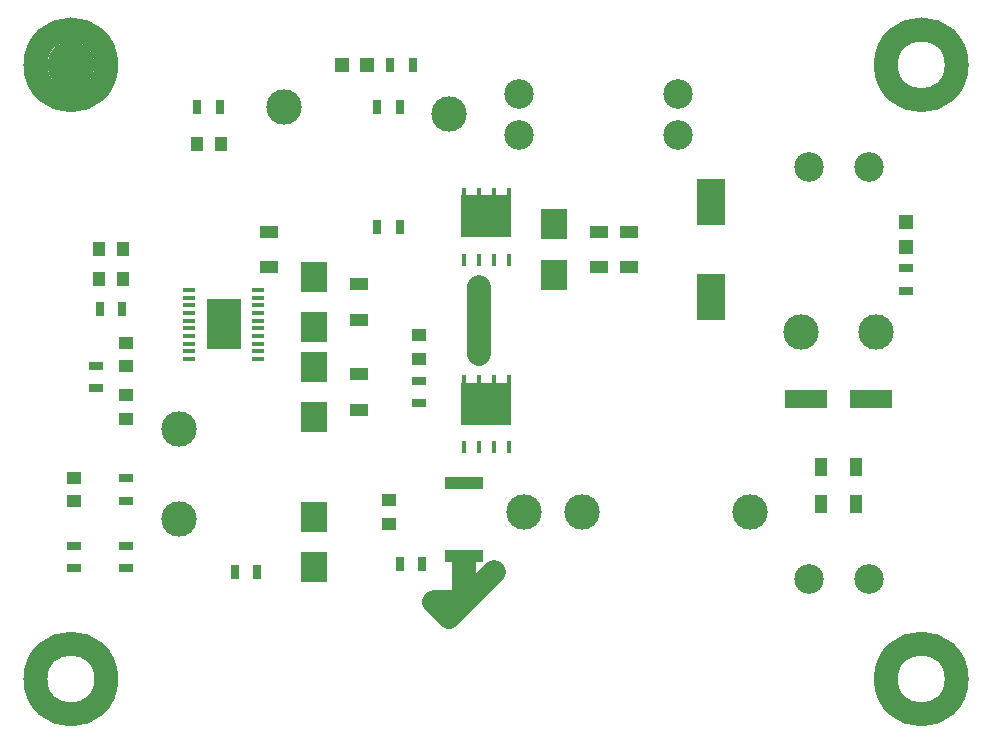
<source format=gts>
G04 #@! TF.FileFunction,Soldermask,Top*
%FSLAX46Y46*%
G04 Gerber Fmt 4.6, Leading zero omitted, Abs format (unit mm)*
G04 Created by KiCad (PCBNEW (2015-01-23 BZR 5386)-product) date Tue 10 Feb 2015 10:46:28 PM PST*
%MOMM*%
G01*
G04 APERTURE LIST*
%ADD10C,0.100000*%
%ADD11C,2.000000*%
%ADD12C,4.000500*%
%ADD13R,3.599180X1.600200*%
%ADD14R,1.300000X0.700000*%
%ADD15R,3.200000X1.000000*%
%ADD16R,0.700000X1.300000*%
%ADD17R,2.301240X2.499360*%
%ADD18R,1.000000X1.600000*%
%ADD19R,1.250000X1.000000*%
%ADD20R,1.600000X1.000000*%
%ADD21R,2.400300X4.000500*%
%ADD22R,1.000000X1.250000*%
%ADD23C,2.500000*%
%ADD24C,3.000000*%
%ADD25R,0.450000X1.080000*%
%ADD26R,4.260000X3.540000*%
%ADD27C,0.600000*%
%ADD28R,1.000000X0.400000*%
%ADD29R,3.000000X4.200000*%
%ADD30C,0.400000*%
%ADD31R,1.198880X1.198880*%
G04 APERTURE END LIST*
D10*
D11*
X217000000Y-72000000D02*
G75*
G03X217000000Y-72000000I-3000000J0D01*
G01*
X217000000Y-124000000D02*
G75*
G03X217000000Y-124000000I-3000000J0D01*
G01*
X145000000Y-124000000D02*
G75*
G03X145000000Y-124000000I-3000000J0D01*
G01*
X145000000Y-72000000D02*
G75*
G03X145000000Y-72000000I-3000000J0D01*
G01*
X176530000Y-90805000D02*
X176530000Y-96520000D01*
X173990000Y-118745000D02*
X172720000Y-117475000D01*
X175260000Y-117475000D02*
X173990000Y-118745000D01*
X175260000Y-117475000D02*
X177800000Y-114935000D01*
X175260000Y-117475000D02*
X172720000Y-117475000D01*
X175260000Y-114300000D02*
X175260000Y-116840000D01*
D12*
X142000000Y-72000000D03*
D13*
X209760820Y-100330000D03*
X204259180Y-100330000D03*
D14*
X146685000Y-108900000D03*
X146685000Y-107000000D03*
X146685000Y-114615000D03*
X146685000Y-112715000D03*
X171450000Y-98745000D03*
X171450000Y-100645000D03*
D15*
X175260000Y-107390000D03*
X175260000Y-113590000D03*
D14*
X142240000Y-114615000D03*
X142240000Y-112715000D03*
X144145000Y-99375000D03*
X144145000Y-97475000D03*
D16*
X169860000Y-85725000D03*
X167960000Y-85725000D03*
X146365000Y-92710000D03*
X144465000Y-92710000D03*
X154620000Y-75565000D03*
X152720000Y-75565000D03*
X169860000Y-75565000D03*
X167960000Y-75565000D03*
D17*
X162560000Y-110246160D03*
X162560000Y-114543840D03*
X162560000Y-101843840D03*
X162560000Y-97546160D03*
X182880000Y-89778840D03*
X182880000Y-85481160D03*
X162560000Y-94223840D03*
X162560000Y-89926160D03*
D18*
X208510000Y-109220000D03*
X205510000Y-109220000D03*
X208510000Y-106045000D03*
X205510000Y-106045000D03*
D19*
X171450000Y-94885000D03*
X171450000Y-96885000D03*
D20*
X166370000Y-93575000D03*
X166370000Y-90575000D03*
D21*
X196215000Y-83629500D03*
X196215000Y-91630500D03*
D20*
X166370000Y-98195000D03*
X166370000Y-101195000D03*
X186690000Y-86130000D03*
X186690000Y-89130000D03*
X189230000Y-86130000D03*
X189230000Y-89130000D03*
D19*
X146685000Y-97520000D03*
X146685000Y-95520000D03*
X146685000Y-99965000D03*
X146685000Y-101965000D03*
X142240000Y-108950000D03*
X142240000Y-106950000D03*
D22*
X146415000Y-87630000D03*
X144415000Y-87630000D03*
X146415000Y-90170000D03*
X144415000Y-90170000D03*
D20*
X158750000Y-89130000D03*
X158750000Y-86130000D03*
D22*
X154670000Y-78740000D03*
X152670000Y-78740000D03*
D23*
X209550000Y-115570000D03*
X204470000Y-115570000D03*
X209550000Y-80645000D03*
X204470000Y-80645000D03*
D24*
X180340000Y-109855000D03*
X203835000Y-94615000D03*
X210185000Y-94615000D03*
X160020000Y-75565000D03*
X173990000Y-76200000D03*
X151130000Y-110490000D03*
X151130000Y-102870000D03*
X185293000Y-109855000D03*
X199517000Y-109855000D03*
D23*
X179959000Y-77900000D03*
X179959000Y-74500000D03*
X193421000Y-74500000D03*
X193421000Y-77900000D03*
D25*
X175260000Y-82931000D03*
X176530000Y-82931000D03*
X179070000Y-82931000D03*
X177800000Y-82931000D03*
X179070000Y-88519000D03*
X177800000Y-88519000D03*
X175260000Y-88519000D03*
D26*
X177165000Y-84836000D03*
D25*
X176530000Y-88519000D03*
D27*
X177673000Y-85979000D03*
X176657000Y-85979000D03*
X175641000Y-85979000D03*
X178689000Y-85979000D03*
X178689000Y-84963000D03*
X177673000Y-84963000D03*
X176657000Y-84963000D03*
X175641000Y-84963000D03*
X175641000Y-83947000D03*
X176657000Y-83947000D03*
X177673000Y-83947000D03*
X178689000Y-83947000D03*
D25*
X175260000Y-98806000D03*
X176530000Y-98806000D03*
X179070000Y-98806000D03*
X177800000Y-98806000D03*
X179070000Y-104394000D03*
X177800000Y-104394000D03*
X175260000Y-104394000D03*
D26*
X177165000Y-100711000D03*
D25*
X176530000Y-104394000D03*
D27*
X177673000Y-101854000D03*
X176657000Y-101854000D03*
X175641000Y-101854000D03*
X178689000Y-101854000D03*
X178689000Y-100838000D03*
X177673000Y-100838000D03*
X176657000Y-100838000D03*
X175641000Y-100838000D03*
X175641000Y-99822000D03*
X176657000Y-99822000D03*
X177673000Y-99822000D03*
X178689000Y-99822000D03*
D16*
X171765000Y-114300000D03*
X169865000Y-114300000D03*
X157795000Y-114935000D03*
X155895000Y-114935000D03*
D19*
X168910000Y-108855000D03*
X168910000Y-110855000D03*
D28*
X152040000Y-91055000D03*
X152040000Y-91705000D03*
X152040000Y-92355000D03*
X152040000Y-93005000D03*
X152040000Y-93655000D03*
X152040000Y-94305000D03*
X152040000Y-94955000D03*
X152040000Y-95605000D03*
X152040000Y-96255000D03*
X152040000Y-96905000D03*
X157840000Y-96905000D03*
X157840000Y-96255000D03*
X157840000Y-95605000D03*
X157840000Y-94955000D03*
X157840000Y-94305000D03*
X157840000Y-93655000D03*
X157840000Y-93005000D03*
X157840000Y-92355000D03*
X157840000Y-91705000D03*
X157840000Y-91055000D03*
D29*
X154940000Y-93980000D03*
D30*
X154940000Y-93980000D03*
X154178000Y-93980000D03*
X155702000Y-93980000D03*
X155702000Y-94742000D03*
X155702000Y-95504000D03*
X154940000Y-95504000D03*
X154940000Y-94742000D03*
X154178000Y-94742000D03*
X154178000Y-95504000D03*
X154940000Y-93218000D03*
X154178000Y-93218000D03*
X155702000Y-93218000D03*
X155702000Y-92456000D03*
X154940000Y-92456000D03*
X154178000Y-92456000D03*
D31*
X167049020Y-72000000D03*
X164950980Y-72000000D03*
X212725000Y-87409020D03*
X212725000Y-85310980D03*
D16*
X170950000Y-72000000D03*
X169050000Y-72000000D03*
D14*
X212725000Y-91120000D03*
X212725000Y-89220000D03*
M02*

</source>
